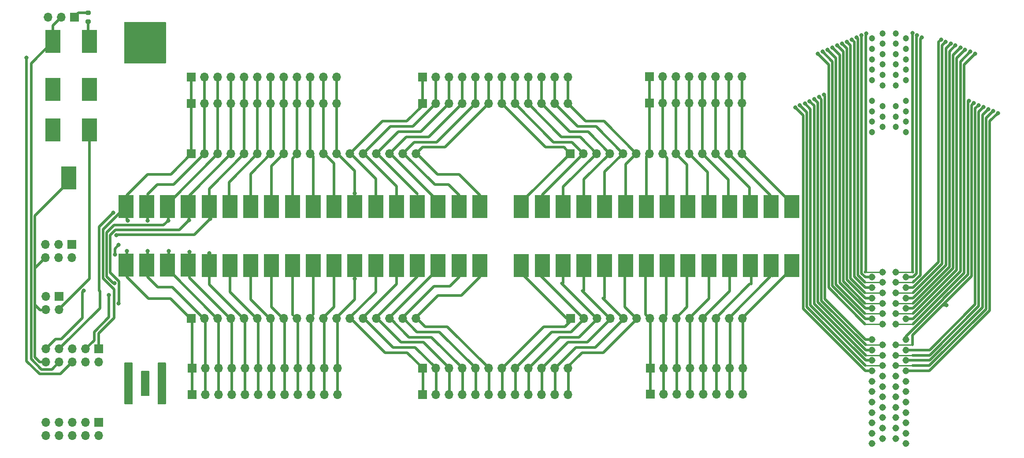
<source format=gtl>
%TF.GenerationSoftware,KiCad,Pcbnew,7.0.8*%
%TF.CreationDate,2024-09-16T14:36:25-04:00*%
%TF.ProjectId,breakout_pcie,62726561-6b6f-4757-945f-706369652e6b,rev?*%
%TF.SameCoordinates,Original*%
%TF.FileFunction,Copper,L1,Top*%
%TF.FilePolarity,Positive*%
%FSLAX46Y46*%
G04 Gerber Fmt 4.6, Leading zero omitted, Abs format (unit mm)*
G04 Created by KiCad (PCBNEW 7.0.8) date 2024-09-16 14:36:25*
%MOMM*%
%LPD*%
G01*
G04 APERTURE LIST*
G04 Aperture macros list*
%AMRoundRect*
0 Rectangle with rounded corners*
0 $1 Rounding radius*
0 $2 $3 $4 $5 $6 $7 $8 $9 X,Y pos of 4 corners*
0 Add a 4 corners polygon primitive as box body*
4,1,4,$2,$3,$4,$5,$6,$7,$8,$9,$2,$3,0*
0 Add four circle primitives for the rounded corners*
1,1,$1+$1,$2,$3*
1,1,$1+$1,$4,$5*
1,1,$1+$1,$6,$7*
1,1,$1+$1,$8,$9*
0 Add four rect primitives between the rounded corners*
20,1,$1+$1,$2,$3,$4,$5,0*
20,1,$1+$1,$4,$5,$6,$7,0*
20,1,$1+$1,$6,$7,$8,$9,0*
20,1,$1+$1,$8,$9,$2,$3,0*%
G04 Aperture macros list end*
%TA.AperFunction,SMDPad,CuDef*%
%ADD10R,3.000000X4.500000*%
%TD*%
%TA.AperFunction,ComponentPad*%
%ADD11R,1.700000X1.700000*%
%TD*%
%TA.AperFunction,ComponentPad*%
%ADD12O,1.700000X1.700000*%
%TD*%
%TA.AperFunction,ComponentPad*%
%ADD13C,1.200000*%
%TD*%
%TA.AperFunction,SMDPad,CuDef*%
%ADD14RoundRect,0.200000X0.275000X-0.200000X0.275000X0.200000X-0.275000X0.200000X-0.275000X-0.200000X0*%
%TD*%
%TA.AperFunction,ComponentPad*%
%ADD15C,1.316000*%
%TD*%
%TA.AperFunction,ViaPad*%
%ADD16C,0.800000*%
%TD*%
%TA.AperFunction,Conductor*%
%ADD17C,0.500000*%
%TD*%
%TA.AperFunction,Conductor*%
%ADD18C,0.250000*%
%TD*%
G04 APERTURE END LIST*
D10*
%TO.P,TP25,1*%
%TO.N,/B7*%
X111000000Y-101819975D03*
%TD*%
%TO.P,TP10,1*%
%TO.N,/A10*%
X123000000Y-90500000D03*
%TD*%
D11*
%TO.P,J5,1,Pin_1*%
%TO.N,/A19*%
X172400000Y-80319975D03*
D12*
%TO.P,J5,2,Pin_2*%
%TO.N,/A20*%
X174940000Y-80319975D03*
%TO.P,J5,3,Pin_3*%
%TO.N,/A21*%
X177480000Y-80319975D03*
%TO.P,J5,4,Pin_4*%
%TO.N,/A22*%
X180020000Y-80319975D03*
%TO.P,J5,5,Pin_5*%
%TO.N,/A23*%
X182560000Y-80319975D03*
%TO.P,J5,6,Pin_6*%
%TO.N,/A24*%
X185100000Y-80319975D03*
%TO.P,J5,7,Pin_7*%
%TO.N,/A25*%
X187640000Y-80319975D03*
%TO.P,J5,8,Pin_8*%
%TO.N,/A26*%
X190180000Y-80319975D03*
%TO.P,J5,9,Pin_9*%
%TO.N,/A27*%
X192720000Y-80319975D03*
%TO.P,J5,10,Pin_10*%
%TO.N,/A28*%
X195260000Y-80319975D03*
%TO.P,J5,11,Pin_11*%
%TO.N,/A29*%
X197800000Y-80319975D03*
%TO.P,J5,12,Pin_12*%
%TO.N,/A30*%
X200340000Y-80319975D03*
%TO.P,J5,13,Pin_13*%
%TO.N,/A31*%
X202880000Y-80319975D03*
%TO.P,J5,14,Pin_14*%
%TO.N,/A32*%
X205420000Y-80319975D03*
%TD*%
D11*
%TO.P,J9,1,Pin_1*%
%TO.N,/A13*%
X144000000Y-70719975D03*
D12*
%TO.P,J9,2,Pin_2*%
%TO.N,/A14*%
X146540000Y-70719975D03*
%TO.P,J9,3,Pin_3*%
%TO.N,/A15*%
X149080000Y-70719975D03*
%TO.P,J9,4,Pin_4*%
%TO.N,/A16*%
X151620000Y-70719975D03*
%TO.P,J9,5,Pin_5*%
%TO.N,/A17*%
X154160000Y-70719975D03*
%TO.P,J9,6,Pin_6*%
%TO.N,/A18*%
X156700000Y-70719975D03*
%TO.P,J9,7,Pin_7*%
%TO.N,/A19*%
X159240000Y-70719975D03*
%TO.P,J9,8,Pin_8*%
%TO.N,/A20*%
X161780000Y-70719975D03*
%TO.P,J9,9,Pin_9*%
%TO.N,/A21*%
X164320000Y-70719975D03*
%TO.P,J9,10,Pin_10*%
%TO.N,/A22*%
X166860000Y-70719975D03*
%TO.P,J9,11,Pin_11*%
%TO.N,/A23*%
X169400000Y-70719975D03*
%TO.P,J9,12,Pin_12*%
%TO.N,/A24*%
X171940000Y-70719975D03*
%TD*%
D11*
%TO.P,J4,1,Pin_1*%
%TO.N,/B1*%
X99600000Y-112019975D03*
D12*
%TO.P,J4,2,Pin_2*%
%TO.N,/B2*%
X102140000Y-112019975D03*
%TO.P,J4,3,Pin_3*%
%TO.N,/B3*%
X104680000Y-112019975D03*
%TO.P,J4,4,Pin_4*%
%TO.N,/B4*%
X107220000Y-112019975D03*
%TO.P,J4,5,Pin_5*%
%TO.N,/B5*%
X109760000Y-112019975D03*
%TO.P,J4,6,Pin_6*%
%TO.N,/B6*%
X112300000Y-112019975D03*
%TO.P,J4,7,Pin_7*%
%TO.N,/B7*%
X114840000Y-112019975D03*
%TO.P,J4,8,Pin_8*%
%TO.N,/B8*%
X117380000Y-112019975D03*
%TO.P,J4,9,Pin_9*%
%TO.N,/B9*%
X119920000Y-112019975D03*
%TO.P,J4,10,Pin_10*%
%TO.N,/B10*%
X122460000Y-112019975D03*
%TO.P,J4,11,Pin_11*%
%TO.N,/B11*%
X125000000Y-112019975D03*
%TO.P,J4,12,Pin_12*%
%TO.N,/B12*%
X127540000Y-112019975D03*
%TO.P,J4,13,Pin_13*%
%TO.N,/B13*%
X130080000Y-112019975D03*
%TO.P,J4,14,Pin_14*%
%TO.N,/B14*%
X132620000Y-112019975D03*
%TO.P,J4,15,Pin_15*%
%TO.N,/B15*%
X135160000Y-112019975D03*
%TO.P,J4,16,Pin_16*%
%TO.N,/B16*%
X137700000Y-112019975D03*
%TO.P,J4,17,Pin_17*%
%TO.N,/B17*%
X140240000Y-112019975D03*
%TO.P,J4,18,Pin_18*%
%TO.N,/B18*%
X142780000Y-112019975D03*
%TD*%
D10*
%TO.P,TP17,1*%
%TO.N,/A17*%
X151000000Y-90519975D03*
%TD*%
%TO.P,TP2,1*%
%TO.N,/A2*%
X91000000Y-90519975D03*
%TD*%
D11*
%TO.P,J16,1,Pin_1*%
%TO.N,/B13*%
X144000000Y-121619975D03*
D12*
%TO.P,J16,2,Pin_2*%
%TO.N,/B14*%
X146540000Y-121619975D03*
%TO.P,J16,3,Pin_3*%
%TO.N,/B15*%
X149080000Y-121619975D03*
%TO.P,J16,4,Pin_4*%
%TO.N,/B16*%
X151620000Y-121619975D03*
%TO.P,J16,5,Pin_5*%
%TO.N,/B17*%
X154160000Y-121619975D03*
%TO.P,J16,6,Pin_6*%
%TO.N,/B18*%
X156700000Y-121619975D03*
%TO.P,J16,7,Pin_7*%
%TO.N,/B19*%
X159240000Y-121619975D03*
%TO.P,J16,8,Pin_8*%
%TO.N,/B20*%
X161780000Y-121619975D03*
%TO.P,J16,9,Pin_9*%
%TO.N,/B21*%
X164320000Y-121619975D03*
%TO.P,J16,10,Pin_10*%
%TO.N,/B22*%
X166860000Y-121619975D03*
%TO.P,J16,11,Pin_11*%
%TO.N,/B23*%
X169400000Y-121619975D03*
%TO.P,J16,12,Pin_12*%
%TO.N,/B24*%
X171940000Y-121619975D03*
%TD*%
D10*
%TO.P,TP32,1*%
%TO.N,/B14*%
X139000000Y-101819975D03*
%TD*%
D11*
%TO.P,J12,1,Pin_1*%
%TO.N,/B25*%
X187750000Y-126619975D03*
D12*
%TO.P,J12,2,Pin_2*%
%TO.N,/B26*%
X190290000Y-126619975D03*
%TO.P,J12,3,Pin_3*%
%TO.N,/B27*%
X192830000Y-126619975D03*
%TO.P,J12,4,Pin_4*%
%TO.N,/B28*%
X195370000Y-126619975D03*
%TO.P,J12,5,Pin_5*%
%TO.N,/B29*%
X197910000Y-126619975D03*
%TO.P,J12,6,Pin_6*%
%TO.N,/B30*%
X200450000Y-126619975D03*
%TO.P,J12,7,Pin_7*%
%TO.N,/B31*%
X202990000Y-126619975D03*
%TO.P,J12,8,Pin_8*%
%TO.N,/B32*%
X205530000Y-126619975D03*
%TD*%
D10*
%TO.P,TP64,1*%
%TO.N,/B32*%
X215000000Y-101819975D03*
%TD*%
D11*
%TO.P,J17,1,Pin_1*%
%TO.N,/A25*%
X187600000Y-65564975D03*
D12*
%TO.P,J17,2,Pin_2*%
%TO.N,/A26*%
X190140000Y-65564975D03*
%TO.P,J17,3,Pin_3*%
%TO.N,/A27*%
X192680000Y-65564975D03*
%TO.P,J17,4,Pin_4*%
%TO.N,/A28*%
X195220000Y-65564975D03*
%TO.P,J17,5,Pin_5*%
%TO.N,/A29*%
X197760000Y-65564975D03*
%TO.P,J17,6,Pin_6*%
%TO.N,/A30*%
X200300000Y-65564975D03*
%TO.P,J17,7,Pin_7*%
%TO.N,/A31*%
X202840000Y-65564975D03*
%TO.P,J17,8,Pin_8*%
%TO.N,/A32*%
X205380000Y-65564975D03*
%TD*%
D11*
%TO.P,J23,1,Pin_1*%
%TO.N,/A1*%
X81785000Y-117865000D03*
D12*
%TO.P,J23,2,Pin_2*%
%TO.N,+12V*%
X81785000Y-120405000D03*
%TO.P,J23,3,Pin_3*%
%TO.N,/B5*%
X79245000Y-117865000D03*
%TO.P,J23,4,Pin_4*%
%TO.N,+5V*%
X79245000Y-120405000D03*
%TO.P,J23,5,Pin_5*%
%TO.N,/A4*%
X76705000Y-117865000D03*
%TO.P,J23,6,Pin_6*%
%TO.N,/CAN+*%
X76705000Y-120405000D03*
%TO.P,J23,7,Pin_7*%
%TO.N,/A5*%
X74165000Y-117865000D03*
%TO.P,J23,8,Pin_8*%
%TO.N,/CAN-*%
X74165000Y-120405000D03*
%TO.P,J23,9,Pin_9*%
%TO.N,/A3*%
X71625000Y-117865000D03*
%TO.P,J23,10,Pin_10*%
%TO.N,GND*%
X71625000Y-120405000D03*
%TD*%
D10*
%TO.P,TP1,1*%
%TO.N,/A1*%
X87000000Y-90519975D03*
%TD*%
%TO.P,TP40,1*%
%TO.N,/A22*%
X175000000Y-90519975D03*
%TD*%
%TO.P,TP55,1*%
%TO.N,/B23*%
X179000000Y-101819975D03*
%TD*%
%TO.P,TP50,1*%
%TO.N,/A32*%
X215000000Y-90519975D03*
%TD*%
%TO.P,TP19,1*%
%TO.N,/B1*%
X87000000Y-101800000D03*
%TD*%
%TO.P,TP65,1*%
%TO.N,GND*%
X76000000Y-85000000D03*
%TD*%
%TO.P,TP9,1*%
%TO.N,/A9*%
X119000000Y-90500000D03*
%TD*%
D11*
%TO.P,J8,1,Pin_1*%
%TO.N,/B1*%
X99700000Y-126699975D03*
D12*
%TO.P,J8,2,Pin_2*%
%TO.N,/B2*%
X102240000Y-126699975D03*
%TO.P,J8,3,Pin_3*%
%TO.N,/B3*%
X104780000Y-126699975D03*
%TO.P,J8,4,Pin_4*%
%TO.N,/B4*%
X107320000Y-126699975D03*
%TO.P,J8,5,Pin_5*%
%TO.N,/B5*%
X109860000Y-126699975D03*
%TO.P,J8,6,Pin_6*%
%TO.N,/B6*%
X112400000Y-126699975D03*
%TO.P,J8,7,Pin_7*%
%TO.N,/B7*%
X114940000Y-126699975D03*
%TO.P,J8,8,Pin_8*%
%TO.N,/B8*%
X117480000Y-126699975D03*
%TO.P,J8,9,Pin_9*%
%TO.N,/B9*%
X120020000Y-126699975D03*
%TO.P,J8,10,Pin_10*%
%TO.N,/B10*%
X122560000Y-126699975D03*
%TO.P,J8,11,Pin_11*%
%TO.N,/B11*%
X125100000Y-126699975D03*
%TO.P,J8,12,Pin_12*%
%TO.N,/B12*%
X127640000Y-126699975D03*
%TD*%
D10*
%TO.P,TP33,1*%
%TO.N,/B15*%
X143000000Y-101819975D03*
%TD*%
%TO.P,TP18,1*%
%TO.N,/A18*%
X155000000Y-90519975D03*
%TD*%
D11*
%TO.P,J3,1,Pin_1*%
%TO.N,/A1*%
X99600000Y-80319975D03*
D12*
%TO.P,J3,2,Pin_2*%
%TO.N,/A2*%
X102140000Y-80319975D03*
%TO.P,J3,3,Pin_3*%
%TO.N,/A3*%
X104680000Y-80319975D03*
%TO.P,J3,4,Pin_4*%
%TO.N,/A4*%
X107220000Y-80319975D03*
%TO.P,J3,5,Pin_5*%
%TO.N,/A5*%
X109760000Y-80319975D03*
%TO.P,J3,6,Pin_6*%
%TO.N,/A6*%
X112300000Y-80319975D03*
%TO.P,J3,7,Pin_7*%
%TO.N,/A7*%
X114840000Y-80319975D03*
%TO.P,J3,8,Pin_8*%
%TO.N,/A8*%
X117380000Y-80319975D03*
%TO.P,J3,9,Pin_9*%
%TO.N,/A9*%
X119920000Y-80319975D03*
%TO.P,J3,10,Pin_10*%
%TO.N,/A10*%
X122460000Y-80319975D03*
%TO.P,J3,11,Pin_11*%
%TO.N,/A11*%
X125000000Y-80319975D03*
%TO.P,J3,12,Pin_12*%
%TO.N,/A12*%
X127540000Y-80319975D03*
%TO.P,J3,13,Pin_13*%
%TO.N,/A13*%
X130080000Y-80319975D03*
%TO.P,J3,14,Pin_14*%
%TO.N,/A14*%
X132620000Y-80319975D03*
%TO.P,J3,15,Pin_15*%
%TO.N,/A15*%
X135160000Y-80319975D03*
%TO.P,J3,16,Pin_16*%
%TO.N,/A16*%
X137700000Y-80319975D03*
%TO.P,J3,17,Pin_17*%
%TO.N,/A17*%
X140240000Y-80319975D03*
%TO.P,J3,18,Pin_18*%
%TO.N,/A18*%
X142780000Y-80319975D03*
%TD*%
D10*
%TO.P,TP15,1*%
%TO.N,/A15*%
X143000000Y-90519975D03*
%TD*%
%TO.P,TP27,1*%
%TO.N,/B9*%
X119000000Y-101819975D03*
%TD*%
%TO.P,TP36,1*%
%TO.N,/B18*%
X155000000Y-101819975D03*
%TD*%
D11*
%TO.P,J20,1,Pin_1*%
%TO.N,/B2*%
X76640000Y-97800000D03*
D12*
%TO.P,J20,2,Pin_2*%
%TO.N,+5V*%
X76640000Y-100340000D03*
%TO.P,J20,3,Pin_3*%
%TO.N,/B3*%
X74100000Y-97800000D03*
%TO.P,J20,4,Pin_4*%
%TO.N,+3V0*%
X74100000Y-100340000D03*
%TO.P,J20,5,Pin_5*%
%TO.N,/A5*%
X71560000Y-97800000D03*
%TO.P,J20,6,Pin_6*%
%TO.N,GND*%
X71560000Y-100340000D03*
%TD*%
D10*
%TO.P,TP28,1*%
%TO.N,/B10*%
X123000000Y-101819975D03*
%TD*%
%TO.P,TP12,1*%
%TO.N,/A12*%
X131000000Y-90519975D03*
%TD*%
%TO.P,TP16,1*%
%TO.N,/A16*%
X147000000Y-90519975D03*
%TD*%
D11*
%TO.P,J13,1,Pin_1*%
%TO.N,/A1*%
X99600000Y-65639975D03*
D12*
%TO.P,J13,2,Pin_2*%
%TO.N,/A2*%
X102140000Y-65639975D03*
%TO.P,J13,3,Pin_3*%
%TO.N,/A3*%
X104680000Y-65639975D03*
%TO.P,J13,4,Pin_4*%
%TO.N,/A4*%
X107220000Y-65639975D03*
%TO.P,J13,5,Pin_5*%
%TO.N,/A5*%
X109760000Y-65639975D03*
%TO.P,J13,6,Pin_6*%
%TO.N,/A6*%
X112300000Y-65639975D03*
%TO.P,J13,7,Pin_7*%
%TO.N,/A7*%
X114840000Y-65639975D03*
%TO.P,J13,8,Pin_8*%
%TO.N,/A8*%
X117380000Y-65639975D03*
%TO.P,J13,9,Pin_9*%
%TO.N,/A9*%
X119920000Y-65639975D03*
%TO.P,J13,10,Pin_10*%
%TO.N,/A10*%
X122460000Y-65639975D03*
%TO.P,J13,11,Pin_11*%
%TO.N,/A11*%
X125000000Y-65639975D03*
%TO.P,J13,12,Pin_12*%
%TO.N,/A12*%
X127540000Y-65639975D03*
%TD*%
D10*
%TO.P,TP62,1*%
%TO.N,/B30*%
X207000000Y-101819975D03*
%TD*%
%TO.P,TP23,1*%
%TO.N,/B5*%
X103000000Y-101819975D03*
%TD*%
%TO.P,TP66,1*%
%TO.N,/CAN+*%
X80000000Y-58800000D03*
%TD*%
%TO.P,TP11,1*%
%TO.N,/A11*%
X127000000Y-90500000D03*
%TD*%
%TO.P,TP29,1*%
%TO.N,/B11*%
X127000000Y-101819975D03*
%TD*%
%TO.P,TP22,1*%
%TO.N,/B4*%
X99000000Y-101800000D03*
%TD*%
D11*
%TO.P,J11,1,Pin_1*%
%TO.N,/A25*%
X187600000Y-70644975D03*
D12*
%TO.P,J11,2,Pin_2*%
%TO.N,/A26*%
X190140000Y-70644975D03*
%TO.P,J11,3,Pin_3*%
%TO.N,/A27*%
X192680000Y-70644975D03*
%TO.P,J11,4,Pin_4*%
%TO.N,/A28*%
X195220000Y-70644975D03*
%TO.P,J11,5,Pin_5*%
%TO.N,/A29*%
X197760000Y-70644975D03*
%TO.P,J11,6,Pin_6*%
%TO.N,/A30*%
X200300000Y-70644975D03*
%TO.P,J11,7,Pin_7*%
%TO.N,/A31*%
X202840000Y-70644975D03*
%TO.P,J11,8,Pin_8*%
%TO.N,/A32*%
X205380000Y-70644975D03*
%TD*%
D10*
%TO.P,TP58,1*%
%TO.N,/B26*%
X191000000Y-101819975D03*
%TD*%
%TO.P,TP49,1*%
%TO.N,/A31*%
X211000000Y-90519975D03*
%TD*%
%TO.P,TP14,1*%
%TO.N,/A14*%
X139000000Y-90519975D03*
%TD*%
%TO.P,TP20,1*%
%TO.N,/B2*%
X91000000Y-101800000D03*
%TD*%
%TO.P,TP47,1*%
%TO.N,/A29*%
X203000000Y-90519975D03*
%TD*%
%TO.P,TP35,1*%
%TO.N,/B17*%
X151000000Y-101819975D03*
%TD*%
%TO.P,TP52,1*%
%TO.N,/B20*%
X167000000Y-101819975D03*
%TD*%
%TO.P,TP31,1*%
%TO.N,/B13*%
X135000000Y-101819975D03*
%TD*%
%TO.P,TP53,1*%
%TO.N,/B21*%
X171000000Y-101819975D03*
%TD*%
D11*
%TO.P,J21,1,Pin_1*%
%TO.N,Net-(J21-Pin_1)*%
X77125000Y-54100000D03*
D12*
%TO.P,J21,2,Pin_2*%
%TO.N,/CAN-*%
X74585000Y-54100000D03*
%TO.P,J21,3,Pin_3*%
%TO.N,unconnected-(J21-Pin_3-Pad3)*%
X72045000Y-54100000D03*
%TD*%
D13*
%TO.P,J1,A1,12V/3.3V*%
%TO.N,/A1*%
X234900000Y-57200000D03*
%TO.P,J1,A2,12V/3.3V*%
%TO.N,/A2*%
X236900000Y-58200000D03*
%TO.P,J1,A3,GND*%
%TO.N,/A3*%
X234900000Y-59200000D03*
%TO.P,J1,A4,CAN+*%
%TO.N,/A4*%
X236900000Y-60200000D03*
%TO.P,J1,A5,CAN-*%
%TO.N,/A5*%
X234900000Y-61200000D03*
%TO.P,J1,A6,io_0*%
%TO.N,/A6*%
X236900000Y-62200000D03*
%TO.P,J1,A7,io_2*%
%TO.N,/A7*%
X234900000Y-63200000D03*
%TO.P,J1,A8,io_4*%
%TO.N,/A8*%
X236900000Y-64200000D03*
%TO.P,J1,A9,io_6*%
%TO.N,/A9*%
X234900000Y-65200000D03*
%TO.P,J1,A10,io_8*%
%TO.N,/A10*%
X236900000Y-66200000D03*
%TO.P,J1,A11,io_10*%
%TO.N,/A11*%
X234900000Y-67200000D03*
%TO.P,J1,A12,io_12*%
%TO.N,/A12*%
X236900000Y-70200000D03*
%TO.P,J1,A13,io_14*%
%TO.N,/A13*%
X234900000Y-71200000D03*
%TO.P,J1,A14,io_16*%
%TO.N,/A14*%
X236900000Y-72200000D03*
%TO.P,J1,A15,io_18*%
%TO.N,/A15*%
X234900000Y-73200000D03*
%TO.P,J1,A16,io_20*%
%TO.N,/A16*%
X236900000Y-74200000D03*
%TO.P,J1,A17,SHDN_IN*%
%TO.N,/A17*%
X234900000Y-75200000D03*
%TO.P,J1,A18,SHDN_IN*%
%TO.N,/A18*%
X236900000Y-76200000D03*
%TO.P,J1,B1,SCL/SCK*%
%TO.N,/B1*%
X232400000Y-57200000D03*
%TO.P,J1,B2,SDA/MISO/RX*%
%TO.N,/B2*%
X230400000Y-58200000D03*
%TO.P,J1,B3,MOSI/TX*%
%TO.N,/B3*%
X232400000Y-59200000D03*
%TO.P,J1,B4,GND*%
%TO.N,/B4*%
X230400000Y-60200000D03*
%TO.P,J1,B5,5V/Vref_2(3V)*%
%TO.N,/B5*%
X232400000Y-61200000D03*
%TO.P,J1,B6,io_1*%
%TO.N,/B6*%
X230400000Y-62200000D03*
%TO.P,J1,B7,io_3*%
%TO.N,/B7*%
X232400000Y-63200000D03*
%TO.P,J1,B8,io_5*%
%TO.N,/B8*%
X230400000Y-64200000D03*
%TO.P,J1,B9,io_7*%
%TO.N,/B9*%
X232400000Y-65200000D03*
%TO.P,J1,B10,io_9*%
%TO.N,/B10*%
X230400000Y-66200000D03*
%TO.P,J1,B11,io_11*%
%TO.N,/B11*%
X232400000Y-67200000D03*
%TO.P,J1,B12,io_13*%
%TO.N,/B12*%
X230400000Y-70200000D03*
%TO.P,J1,B13,io_15*%
%TO.N,/B13*%
X232400000Y-71200000D03*
%TO.P,J1,B14,io_17*%
%TO.N,/B14*%
X230400000Y-72200000D03*
%TO.P,J1,B15,io_19*%
%TO.N,/B15*%
X232400000Y-73200000D03*
%TO.P,J1,B16,io_21*%
%TO.N,/B16*%
X230400000Y-74200000D03*
%TO.P,J1,B17,SHDN_OUT*%
%TO.N,/B17*%
X232400000Y-75200000D03*
%TO.P,J1,B18,SHDN_OUT*%
%TO.N,/B18*%
X230400000Y-76200000D03*
%TD*%
D11*
%TO.P,J6,1,Pin_1*%
%TO.N,/B19*%
X172450000Y-111994975D03*
D12*
%TO.P,J6,2,Pin_2*%
%TO.N,/B20*%
X174990000Y-111994975D03*
%TO.P,J6,3,Pin_3*%
%TO.N,/B21*%
X177530000Y-111994975D03*
%TO.P,J6,4,Pin_4*%
%TO.N,/B22*%
X180070000Y-111994975D03*
%TO.P,J6,5,Pin_5*%
%TO.N,/B23*%
X182610000Y-111994975D03*
%TO.P,J6,6,Pin_6*%
%TO.N,/B24*%
X185150000Y-111994975D03*
%TO.P,J6,7,Pin_7*%
%TO.N,/B25*%
X187690000Y-111994975D03*
%TO.P,J6,8,Pin_8*%
%TO.N,/B26*%
X190230000Y-111994975D03*
%TO.P,J6,9,Pin_9*%
%TO.N,/B27*%
X192770000Y-111994975D03*
%TO.P,J6,10,Pin_10*%
%TO.N,/B28*%
X195310000Y-111994975D03*
%TO.P,J6,11,Pin_11*%
%TO.N,/B29*%
X197850000Y-111994975D03*
%TO.P,J6,12,Pin_12*%
%TO.N,/B30*%
X200390000Y-111994975D03*
%TO.P,J6,13,Pin_13*%
%TO.N,/B31*%
X202930000Y-111994975D03*
%TO.P,J6,14,Pin_14*%
%TO.N,/B32*%
X205470000Y-111994975D03*
%TD*%
D10*
%TO.P,TP56,1*%
%TO.N,/B24*%
X183000000Y-101819975D03*
%TD*%
%TO.P,TP46,1*%
%TO.N,/A28*%
X199000000Y-90519975D03*
%TD*%
D14*
%TO.P,R1,1*%
%TO.N,/CAN+*%
X79745000Y-54925000D03*
%TO.P,R1,2*%
%TO.N,Net-(J21-Pin_1)*%
X79745000Y-53275000D03*
%TD*%
D10*
%TO.P,TP71,1*%
%TO.N,+3V0*%
X73000000Y-75800000D03*
%TD*%
%TO.P,TP72,1*%
%TO.N,+BATT*%
X80000000Y-75800000D03*
%TD*%
%TO.P,TP61,1*%
%TO.N,/B29*%
X203000000Y-101819975D03*
%TD*%
D11*
%TO.P,J15,1,Pin_1*%
%TO.N,/A13*%
X144000000Y-65639975D03*
D12*
%TO.P,J15,2,Pin_2*%
%TO.N,/A14*%
X146540000Y-65639975D03*
%TO.P,J15,3,Pin_3*%
%TO.N,/A15*%
X149080000Y-65639975D03*
%TO.P,J15,4,Pin_4*%
%TO.N,/A16*%
X151620000Y-65639975D03*
%TO.P,J15,5,Pin_5*%
%TO.N,/A17*%
X154160000Y-65639975D03*
%TO.P,J15,6,Pin_6*%
%TO.N,/A18*%
X156700000Y-65639975D03*
%TO.P,J15,7,Pin_7*%
%TO.N,/A19*%
X159240000Y-65639975D03*
%TO.P,J15,8,Pin_8*%
%TO.N,/A20*%
X161780000Y-65639975D03*
%TO.P,J15,9,Pin_9*%
%TO.N,/A21*%
X164320000Y-65639975D03*
%TO.P,J15,10,Pin_10*%
%TO.N,/A22*%
X166860000Y-65639975D03*
%TO.P,J15,11,Pin_11*%
%TO.N,/A23*%
X169400000Y-65639975D03*
%TO.P,J15,12,Pin_12*%
%TO.N,/A24*%
X171940000Y-65639975D03*
%TD*%
D10*
%TO.P,TP60,1*%
%TO.N,/B28*%
X199000000Y-101819975D03*
%TD*%
%TO.P,TP41,1*%
%TO.N,/A23*%
X179000000Y-90519975D03*
%TD*%
%TO.P,TP3,1*%
%TO.N,/A3*%
X95000000Y-90519975D03*
%TD*%
%TO.P,TP51,1*%
%TO.N,/B19*%
X163000000Y-101819975D03*
%TD*%
%TO.P,TP48,1*%
%TO.N,/A30*%
X207000000Y-90519975D03*
%TD*%
%TO.P,TP67,1*%
%TO.N,/CAN-*%
X73000000Y-58800000D03*
%TD*%
D11*
%TO.P,J7,1,Pin_1*%
%TO.N,/A1*%
X99600000Y-70719975D03*
D12*
%TO.P,J7,2,Pin_2*%
%TO.N,/A2*%
X102140000Y-70719975D03*
%TO.P,J7,3,Pin_3*%
%TO.N,/A3*%
X104680000Y-70719975D03*
%TO.P,J7,4,Pin_4*%
%TO.N,/A4*%
X107220000Y-70719975D03*
%TO.P,J7,5,Pin_5*%
%TO.N,/A5*%
X109760000Y-70719975D03*
%TO.P,J7,6,Pin_6*%
%TO.N,/A6*%
X112300000Y-70719975D03*
%TO.P,J7,7,Pin_7*%
%TO.N,/A7*%
X114840000Y-70719975D03*
%TO.P,J7,8,Pin_8*%
%TO.N,/A8*%
X117380000Y-70719975D03*
%TO.P,J7,9,Pin_9*%
%TO.N,/A9*%
X119920000Y-70719975D03*
%TO.P,J7,10,Pin_10*%
%TO.N,/A10*%
X122460000Y-70719975D03*
%TO.P,J7,11,Pin_11*%
%TO.N,/A11*%
X125000000Y-70719975D03*
%TO.P,J7,12,Pin_12*%
%TO.N,/A12*%
X127540000Y-70719975D03*
%TD*%
D10*
%TO.P,TP13,1*%
%TO.N,/A13*%
X135000000Y-90519975D03*
%TD*%
%TO.P,TP59,1*%
%TO.N,/B27*%
X195000000Y-101819975D03*
%TD*%
%TO.P,TP45,1*%
%TO.N,/A27*%
X195000000Y-90519975D03*
%TD*%
%TO.P,TP5,1*%
%TO.N,/A5*%
X103000000Y-90519975D03*
%TD*%
D11*
%TO.P,J19,1,Pin_1*%
%TO.N,/B18*%
X74200000Y-107800000D03*
D12*
%TO.P,J19,2,Pin_2*%
%TO.N,+BATT*%
X74200000Y-110340000D03*
%TO.P,J19,3,Pin_3*%
%TO.N,/A3*%
X71660000Y-107800000D03*
%TO.P,J19,4,Pin_4*%
%TO.N,GND*%
X71660000Y-110340000D03*
%TD*%
D10*
%TO.P,TP42,1*%
%TO.N,/A24*%
X183000000Y-90519975D03*
%TD*%
%TO.P,TP34,1*%
%TO.N,/B16*%
X147000000Y-101819975D03*
%TD*%
%TO.P,TP8,1*%
%TO.N,/A8*%
X115000000Y-90500000D03*
%TD*%
%TO.P,TP7,1*%
%TO.N,/A7*%
X111000000Y-90500000D03*
%TD*%
D11*
%TO.P,J18,1,Pin_1*%
%TO.N,/B25*%
X187750000Y-121619975D03*
D12*
%TO.P,J18,2,Pin_2*%
%TO.N,/B26*%
X190290000Y-121619975D03*
%TO.P,J18,3,Pin_3*%
%TO.N,/B27*%
X192850000Y-121619975D03*
%TO.P,J18,4,Pin_4*%
%TO.N,/B28*%
X195370000Y-121619975D03*
%TO.P,J18,5,Pin_5*%
%TO.N,/B29*%
X197910000Y-121619975D03*
%TO.P,J18,6,Pin_6*%
%TO.N,/B30*%
X200450000Y-121619975D03*
%TO.P,J18,7,Pin_7*%
%TO.N,/B31*%
X202990000Y-121619975D03*
%TO.P,J18,8,Pin_8*%
%TO.N,/B32*%
X205530000Y-121619975D03*
%TD*%
D10*
%TO.P,TP69,1*%
%TO.N,+5V*%
X73000000Y-68000000D03*
%TD*%
%TO.P,TP30,1*%
%TO.N,/B12*%
X131000000Y-101819975D03*
%TD*%
%TO.P,TP57,1*%
%TO.N,/B25*%
X187000000Y-101819975D03*
%TD*%
%TO.P,TP24,1*%
%TO.N,/B6*%
X107000000Y-101819975D03*
%TD*%
%TO.P,TP44,1*%
%TO.N,/A26*%
X191000000Y-90519975D03*
%TD*%
%TO.P,TP4,1*%
%TO.N,/A4*%
X99000000Y-90519975D03*
%TD*%
%TO.P,TP68,1*%
%TO.N,+12V*%
X80000000Y-68000000D03*
%TD*%
D11*
%TO.P,J10,1,Pin_1*%
%TO.N,/B13*%
X144000000Y-126699975D03*
D12*
%TO.P,J10,2,Pin_2*%
%TO.N,/B14*%
X146540000Y-126699975D03*
%TO.P,J10,3,Pin_3*%
%TO.N,/B15*%
X149080000Y-126699975D03*
%TO.P,J10,4,Pin_4*%
%TO.N,/B16*%
X151620000Y-126699975D03*
%TO.P,J10,5,Pin_5*%
%TO.N,/B17*%
X154160000Y-126699975D03*
%TO.P,J10,6,Pin_6*%
%TO.N,/B18*%
X156700000Y-126699975D03*
%TO.P,J10,7,Pin_7*%
%TO.N,/B19*%
X159240000Y-126699975D03*
%TO.P,J10,8,Pin_8*%
%TO.N,/B20*%
X161780000Y-126699975D03*
%TO.P,J10,9,Pin_9*%
%TO.N,/B21*%
X164320000Y-126699975D03*
%TO.P,J10,10,Pin_10*%
%TO.N,/B22*%
X166860000Y-126699975D03*
%TO.P,J10,11,Pin_11*%
%TO.N,/B23*%
X169400000Y-126699975D03*
%TO.P,J10,12,Pin_12*%
%TO.N,/B24*%
X171940000Y-126699975D03*
%TD*%
D10*
%TO.P,TP63,1*%
%TO.N,/B31*%
X211000000Y-101819975D03*
%TD*%
%TO.P,TP38,1*%
%TO.N,/A20*%
X167000000Y-90519975D03*
%TD*%
%TO.P,TP26,1*%
%TO.N,/B8*%
X115000000Y-101819975D03*
%TD*%
%TO.P,TP6,1*%
%TO.N,/A6*%
X107000000Y-90500000D03*
%TD*%
%TO.P,TP54,1*%
%TO.N,/B22*%
X175000000Y-101819975D03*
%TD*%
%TO.P,TP37,1*%
%TO.N,/A19*%
X163000000Y-90519975D03*
%TD*%
%TO.P,TP39,1*%
%TO.N,/A21*%
X171000000Y-90519975D03*
%TD*%
D11*
%TO.P,J14,1,Pin_1*%
%TO.N,/B1*%
X99700000Y-121619975D03*
D12*
%TO.P,J14,2,Pin_2*%
%TO.N,/B2*%
X102240000Y-121619975D03*
%TO.P,J14,3,Pin_3*%
%TO.N,/B3*%
X104780000Y-121619975D03*
%TO.P,J14,4,Pin_4*%
%TO.N,/B4*%
X107320000Y-121619975D03*
%TO.P,J14,5,Pin_5*%
%TO.N,/B5*%
X109860000Y-121619975D03*
%TO.P,J14,6,Pin_6*%
%TO.N,/B6*%
X112400000Y-121619975D03*
%TO.P,J14,7,Pin_7*%
%TO.N,/B7*%
X114940000Y-121619975D03*
%TO.P,J14,8,Pin_8*%
%TO.N,/B8*%
X117480000Y-121619975D03*
%TO.P,J14,9,Pin_9*%
%TO.N,/B9*%
X120020000Y-121619975D03*
%TO.P,J14,10,Pin_10*%
%TO.N,/B10*%
X122560000Y-121619975D03*
%TO.P,J14,11,Pin_11*%
%TO.N,/B11*%
X125100000Y-121619975D03*
%TO.P,J14,12,Pin_12*%
%TO.N,/B12*%
X127640000Y-121619975D03*
%TD*%
D15*
%TO.P,J2,A1,Aout_0*%
%TO.N,/A1*%
X234900000Y-103100000D03*
%TO.P,J2,A2,Aout_1*%
%TO.N,/A2*%
X236900000Y-104100000D03*
%TO.P,J2,A3,Aout_3*%
%TO.N,/A3*%
X234900000Y-105100000D03*
%TO.P,J2,A4,Aout_4*%
%TO.N,/A4*%
X236900000Y-106100000D03*
%TO.P,J2,A5,GND*%
%TO.N,/A5*%
X234900000Y-107100000D03*
%TO.P,J2,A6,AUX1*%
%TO.N,/A6*%
X236900000Y-108100000D03*
%TO.P,J2,A7,AUX2*%
%TO.N,/A7*%
X234900000Y-109100000D03*
%TO.P,J2,A8,GND*%
%TO.N,/A8*%
X236900000Y-110100000D03*
%TO.P,J2,A9,Ain_0*%
%TO.N,/A9*%
X234900000Y-111100000D03*
%TO.P,J2,A10,Ain_2*%
%TO.N,/A10*%
X236900000Y-112100000D03*
%TO.P,J2,A11,Ain_4*%
%TO.N,/A11*%
X234900000Y-113100000D03*
%TO.P,J2,A12,Ain_6*%
%TO.N,/A12*%
X236900000Y-116100000D03*
%TO.P,J2,A13,GND*%
%TO.N,/A13*%
X234900000Y-117100000D03*
%TO.P,J2,A14,Ain_8*%
%TO.N,/A14*%
X236900000Y-118100000D03*
%TO.P,J2,A15,Ain_10*%
%TO.N,/A15*%
X234900000Y-119100000D03*
%TO.P,J2,A16,Ain_12*%
%TO.N,/A16*%
X236900000Y-120100000D03*
%TO.P,J2,A17,Ain_14*%
%TO.N,/A17*%
X234900000Y-121100000D03*
%TO.P,J2,A18,GND*%
%TO.N,/A18*%
X236900000Y-122100000D03*
%TO.P,J2,A19,Ain_16*%
%TO.N,/A19*%
X234900000Y-123100000D03*
%TO.P,J2,A20,Ain_18*%
%TO.N,/A20*%
X236900000Y-124100000D03*
%TO.P,J2,A21,Ain_20*%
%TO.N,/A21*%
X234900000Y-125100000D03*
%TO.P,J2,A22,Ain_22*%
%TO.N,/A22*%
X236900000Y-126100000D03*
%TO.P,J2,A23,GND*%
%TO.N,/A23*%
X234900000Y-127100000D03*
%TO.P,J2,A24,Ain_24*%
%TO.N,/A24*%
X236900000Y-128100000D03*
%TO.P,J2,A25,Ain_26*%
%TO.N,/A25*%
X234900000Y-129100000D03*
%TO.P,J2,A26,Ain_28*%
%TO.N,/A26*%
X236900000Y-130100000D03*
%TO.P,J2,A27,Ain_30*%
%TO.N,/A27*%
X234900000Y-131100000D03*
%TO.P,J2,A28,GND*%
%TO.N,/A28*%
X236900000Y-132100000D03*
%TO.P,J2,A29,Ain_32*%
%TO.N,/A29*%
X234900000Y-133100000D03*
%TO.P,J2,A30,Ain_34*%
%TO.N,/A30*%
X236900000Y-134100000D03*
%TO.P,J2,A31,Ain_36*%
%TO.N,/A31*%
X234900000Y-135100000D03*
%TO.P,J2,A32,Ain_38*%
%TO.N,/A32*%
X236900000Y-136100000D03*
%TO.P,J2,B1,GND*%
%TO.N,/B1*%
X232400000Y-103100000D03*
%TO.P,J2,B2,3.3V*%
%TO.N,/B2*%
X230400000Y-104100000D03*
%TO.P,J2,B3,Vref_2(3V)*%
%TO.N,/B3*%
X232400000Y-105100000D03*
%TO.P,J2,B4,GND*%
%TO.N,/B4*%
X230400000Y-106100000D03*
%TO.P,J2,B5,SCL*%
%TO.N,/B5*%
X232400000Y-107100000D03*
%TO.P,J2,B6,SDA*%
%TO.N,/B6*%
X230400000Y-108100000D03*
%TO.P,J2,B7,AUX3*%
%TO.N,/B7*%
X232400000Y-109100000D03*
%TO.P,J2,B8,GND*%
%TO.N,/B8*%
X230400000Y-110100000D03*
%TO.P,J2,B9,Ain_1*%
%TO.N,/B9*%
X232400000Y-111100000D03*
%TO.P,J2,B10,Ain_3*%
%TO.N,/B10*%
X230400000Y-112100000D03*
%TO.P,J2,B11,Ain_5*%
%TO.N,/B11*%
X232400000Y-113100000D03*
%TO.P,J2,B12,Ain_7*%
%TO.N,/B12*%
X230400000Y-116100000D03*
%TO.P,J2,B13,GND*%
%TO.N,/B13*%
X232400000Y-117100000D03*
%TO.P,J2,B14,Ain_9*%
%TO.N,/B14*%
X230400000Y-118100000D03*
%TO.P,J2,B15,Ain_11*%
%TO.N,/B15*%
X232400000Y-119100000D03*
%TO.P,J2,B16,Ain_13*%
%TO.N,/B16*%
X230400000Y-120100000D03*
%TO.P,J2,B17,Ain_15*%
%TO.N,/B17*%
X232400000Y-121100000D03*
%TO.P,J2,B18,GND*%
%TO.N,/B18*%
X230400000Y-122100000D03*
%TO.P,J2,B19,Ain_17*%
%TO.N,/B19*%
X232400000Y-123100000D03*
%TO.P,J2,B20,Ain_19*%
%TO.N,/B20*%
X230400000Y-124100000D03*
%TO.P,J2,B21,Ain_21*%
%TO.N,/B21*%
X232400000Y-125100000D03*
%TO.P,J2,B22,Ain_23*%
%TO.N,/B22*%
X230400000Y-126100000D03*
%TO.P,J2,B23,GND*%
%TO.N,/B23*%
X232400000Y-127100000D03*
%TO.P,J2,B24,Ain_25*%
%TO.N,/B24*%
X230400000Y-128100000D03*
%TO.P,J2,B25,Ain_27*%
%TO.N,/B25*%
X232400000Y-129100000D03*
%TO.P,J2,B26,Ain_29*%
%TO.N,/B26*%
X230400000Y-130100000D03*
%TO.P,J2,B27,Ain_31*%
%TO.N,/B27*%
X232400000Y-131100000D03*
%TO.P,J2,B28,GND*%
%TO.N,/B28*%
X230400000Y-132100000D03*
%TO.P,J2,B29,Ain_33*%
%TO.N,/B29*%
X232400000Y-133100000D03*
%TO.P,J2,B30,Ain_35*%
%TO.N,/B30*%
X230400000Y-134100000D03*
%TO.P,J2,B31,Ain_37*%
%TO.N,/B31*%
X232400000Y-135100000D03*
%TO.P,J2,B32,Ain_39*%
%TO.N,/B32*%
X230400000Y-136100000D03*
%TD*%
D10*
%TO.P,TP21,1*%
%TO.N,/B3*%
X95000000Y-101800000D03*
%TD*%
D11*
%TO.P,J22,1,Pin_1*%
%TO.N,unconnected-(J22-Pin_1-Pad1)*%
X81785000Y-132000000D03*
D12*
%TO.P,J22,2,Pin_2*%
%TO.N,unconnected-(J22-Pin_2-Pad2)*%
X81785000Y-134540000D03*
%TO.P,J22,3,Pin_3*%
%TO.N,unconnected-(J22-Pin_3-Pad3)*%
X79245000Y-132000000D03*
%TO.P,J22,4,Pin_4*%
%TO.N,unconnected-(J22-Pin_4-Pad4)*%
X79245000Y-134540000D03*
%TO.P,J22,5,Pin_5*%
%TO.N,unconnected-(J22-Pin_5-Pad5)*%
X76705000Y-132000000D03*
%TO.P,J22,6,Pin_6*%
%TO.N,unconnected-(J22-Pin_6-Pad6)*%
X76705000Y-134540000D03*
%TO.P,J22,7,Pin_7*%
%TO.N,unconnected-(J22-Pin_7-Pad7)*%
X74165000Y-132000000D03*
%TO.P,J22,8,Pin_8*%
%TO.N,unconnected-(J22-Pin_8-Pad8)*%
X74165000Y-134540000D03*
%TO.P,J22,9,Pin_9*%
%TO.N,unconnected-(J22-Pin_9-Pad9)*%
X71625000Y-132000000D03*
%TO.P,J22,10,Pin_10*%
%TO.N,unconnected-(J22-Pin_10-Pad10)*%
X71625000Y-134540000D03*
%TD*%
D10*
%TO.P,TP43,1*%
%TO.N,/A25*%
X187000000Y-90519975D03*
%TD*%
D16*
%TO.N,/A1*%
X87350000Y-93250000D03*
X238116652Y-57132345D03*
%TO.N,/A5*%
X103200000Y-92870475D03*
X85150688Y-96050688D03*
X244545836Y-58818298D03*
X84609299Y-91709300D03*
%TO.N,/A8*%
X114950500Y-90770475D03*
X247356193Y-59950000D03*
%TO.N,/B2*%
X91200000Y-99100000D03*
X228300000Y-57600000D03*
%TO.N,/B3*%
X85600688Y-97899312D03*
X95200000Y-99100000D03*
X84900000Y-99700000D03*
X227386643Y-58005937D03*
%TO.N,/A2*%
X239000000Y-57600000D03*
X91150500Y-93200000D03*
%TO.N,/A3*%
X239913357Y-58005937D03*
X84800000Y-105250500D03*
X78894438Y-106706938D03*
X95150500Y-93200000D03*
%TO.N,/A4*%
X243638341Y-58399420D03*
X99150500Y-93100000D03*
X85600000Y-109100000D03*
%TO.N,/A6*%
X106950500Y-92170475D03*
X245484942Y-59160475D03*
%TO.N,/A7*%
X110950500Y-91470475D03*
X246406193Y-59550000D03*
%TO.N,/A9*%
X248269550Y-60355937D03*
X118950500Y-90070475D03*
%TO.N,/A10*%
X122950500Y-89370475D03*
X249256193Y-60750000D03*
%TO.N,/A11*%
X250168504Y-61158281D03*
X127012834Y-88670475D03*
%TO.N,/A12*%
X249000000Y-70200000D03*
X130950500Y-87970475D03*
%TO.N,/A13*%
X249950000Y-70600000D03*
X244650000Y-109469975D03*
%TO.N,/A14*%
X250863357Y-71005937D03*
%TO.N,/A15*%
X251782148Y-71399420D03*
%TO.N,/A16*%
X252689643Y-71818298D03*
%TO.N,/A17*%
X253628749Y-72160475D03*
%TO.N,/A18*%
X254550000Y-72550000D03*
%TO.N,/B1*%
X229250000Y-57200000D03*
X87200000Y-99100000D03*
%TO.N,/B4*%
X99200000Y-99200000D03*
X226467852Y-58399420D03*
%TO.N,/B5*%
X225560357Y-58818298D03*
X83700000Y-107550500D03*
X103000000Y-99519975D03*
%TO.N,/B6*%
X224621251Y-59160475D03*
X107000000Y-100219975D03*
%TO.N,/B7*%
X223700000Y-59550000D03*
X111000000Y-100919975D03*
%TO.N,/B8*%
X222750000Y-59950000D03*
X115000000Y-101619975D03*
%TO.N,/B9*%
X119000000Y-102319975D03*
X221836643Y-60355937D03*
%TO.N,/B10*%
X220850000Y-60750000D03*
X123000000Y-103019975D03*
%TO.N,/B11*%
X219918459Y-61112266D03*
X127000000Y-103719975D03*
%TO.N,/B12*%
X131000000Y-104419975D03*
X221150000Y-69020975D03*
%TO.N,/B13*%
X220200000Y-69469975D03*
%TO.N,/B14*%
X219286643Y-69875912D03*
%TO.N,/B15*%
X218367852Y-70269395D03*
%TO.N,/B16*%
X217460357Y-70688273D03*
%TO.N,/B17*%
X216521251Y-71030450D03*
%TO.N,/B18*%
X215600000Y-71419975D03*
%TO.N,+3V0*%
X73000000Y-75900000D03*
%TO.N,+12V*%
X80000000Y-68000000D03*
%TO.N,+5V*%
X73000000Y-68000000D03*
%TO.N,/CAN+*%
X80000000Y-58800000D03*
X67900000Y-61900000D03*
%TD*%
D17*
%TO.N,/A1*%
X95655000Y-84319975D02*
X91150000Y-84319975D01*
X99600000Y-80319975D02*
X99600000Y-70719975D01*
X238116652Y-57132345D02*
X238150000Y-57165693D01*
X82600000Y-94919975D02*
X87000000Y-90519975D01*
X99540000Y-70639975D02*
X99540000Y-65559975D01*
X91150000Y-84319975D02*
X87200000Y-88269975D01*
X84750000Y-111950000D02*
X84750000Y-106442031D01*
X238150000Y-57165693D02*
X238150000Y-103000000D01*
X87200000Y-93100000D02*
X87200000Y-90519975D01*
X84750000Y-106442031D02*
X82600000Y-104292031D01*
D18*
X87200000Y-88269975D02*
X87200000Y-90519975D01*
D17*
X81785000Y-114915000D02*
X84750000Y-111950000D01*
D18*
X238150000Y-103100000D02*
X234850000Y-103100000D01*
D17*
X82600000Y-104292031D02*
X82600000Y-94919975D01*
X234967655Y-57132345D02*
X234900000Y-57200000D01*
D18*
X99450000Y-70729975D02*
X99540000Y-70639975D01*
D17*
X99680000Y-80294975D02*
X95655000Y-84319975D01*
X87350000Y-93250000D02*
X87200000Y-93100000D01*
X81785000Y-117865000D02*
X81785000Y-114915000D01*
X238150000Y-103000000D02*
X238250000Y-103100000D01*
%TO.N,/A5*%
X82000500Y-106800500D02*
X82000500Y-110029500D01*
X109760000Y-80319975D02*
X109760000Y-70719975D01*
X85300000Y-95900000D02*
X100170475Y-95900000D01*
X243856193Y-101493807D02*
X243856193Y-100750000D01*
X103000000Y-90319975D02*
X103200000Y-90519975D01*
X103000000Y-87134975D02*
X103000000Y-90319975D01*
X243856193Y-59507941D02*
X243856193Y-100750000D01*
X103200000Y-90519975D02*
X103200000Y-92870475D01*
D18*
X109930000Y-80204975D02*
X109840000Y-80294975D01*
D17*
X244545836Y-58818298D02*
X243856193Y-59507941D01*
X100170475Y-95900000D02*
X103200000Y-92870475D01*
X109840000Y-80294975D02*
X103000000Y-87134975D01*
X81900000Y-94418599D02*
X81900000Y-106700000D01*
X109700000Y-65559975D02*
X109700000Y-70639975D01*
X82000500Y-110029500D02*
X74165000Y-117865000D01*
D18*
X238150000Y-107100000D02*
X234850000Y-107100000D01*
D17*
X81900000Y-106700000D02*
X82000500Y-106800500D01*
X84609299Y-91709300D02*
X81900000Y-94418599D01*
X238250000Y-107100000D02*
X243856193Y-101493807D01*
D18*
%TO.N,/A8*%
X117550000Y-80204975D02*
X117460000Y-80294975D01*
D17*
X117380000Y-80319975D02*
X117380000Y-70719975D01*
X117320000Y-65559975D02*
X117320000Y-70639975D01*
X238239950Y-110100000D02*
X245956193Y-102383756D01*
X245956193Y-61350000D02*
X245956193Y-102150000D01*
X115000000Y-90319975D02*
X115200000Y-90519975D01*
X115000000Y-82754975D02*
X115000000Y-90319975D01*
X245956193Y-102383756D02*
X245956193Y-102150000D01*
X236900000Y-110100000D02*
X238239950Y-110100000D01*
X117460000Y-80294975D02*
X115000000Y-82754975D01*
X247356193Y-59950000D02*
X245956193Y-61350000D01*
%TO.N,/B2*%
X230400000Y-104100000D02*
X229060051Y-104100000D01*
X93150000Y-106019975D02*
X91200000Y-104069975D01*
X95940000Y-106019975D02*
X93150000Y-106019975D01*
X229060051Y-104100000D02*
X228350000Y-103389949D01*
X228350000Y-57650000D02*
X228300000Y-57600000D01*
D18*
X91200000Y-104069975D02*
X91200000Y-101819975D01*
D17*
X228350000Y-103389949D02*
X228350000Y-57650000D01*
X101940000Y-112019975D02*
X95940000Y-106019975D01*
X91200000Y-99100000D02*
X91200000Y-101819975D01*
X102240000Y-121619975D02*
X102240000Y-112019975D01*
X102240000Y-126699975D02*
X102240000Y-121619975D01*
%TO.N,/B3*%
X85600688Y-97899312D02*
X84900000Y-98600000D01*
D18*
X232350000Y-105100000D02*
X229050000Y-105100000D01*
D17*
X104480000Y-112019975D02*
X95200000Y-102739975D01*
X227650000Y-103700000D02*
X227650000Y-58269294D01*
X104780000Y-121619975D02*
X104780000Y-112019975D01*
X227650000Y-58269294D02*
X227386643Y-58005937D01*
X95200000Y-99100000D02*
X95200000Y-101819975D01*
D18*
X95200000Y-102739975D02*
X95200000Y-101819975D01*
D17*
X104780000Y-126699975D02*
X104780000Y-121619975D01*
X84900000Y-98600000D02*
X84900000Y-99700000D01*
X229050000Y-105100000D02*
X227650000Y-103700000D01*
%TO.N,/A2*%
X91150500Y-93200000D02*
X91150500Y-90569475D01*
X102080000Y-70639975D02*
X102080000Y-65559975D01*
X96195000Y-86319975D02*
X93000000Y-86319975D01*
X236900000Y-104100000D02*
X238239949Y-104100000D01*
X238950000Y-57650000D02*
X239000000Y-57600000D01*
X238239949Y-104100000D02*
X238950000Y-103389949D01*
X91150500Y-90569475D02*
X91200000Y-90519975D01*
D18*
X101990000Y-70729975D02*
X102080000Y-70639975D01*
D17*
X238950000Y-103389949D02*
X238950000Y-57650000D01*
D18*
X91200000Y-88119975D02*
X91000000Y-88319975D01*
X91000000Y-88319975D02*
X91000000Y-90319975D01*
X91000000Y-90319975D02*
X91200000Y-90519975D01*
D17*
X102220000Y-80294975D02*
X96195000Y-86319975D01*
X93000000Y-86319975D02*
X91200000Y-88119975D01*
X102140000Y-80319975D02*
X102140000Y-70719975D01*
%TO.N,/A3*%
X83300000Y-104002082D02*
X83300000Y-95500000D01*
X78650485Y-111949515D02*
X74600000Y-116000000D01*
X104620000Y-65559975D02*
X104620000Y-70639975D01*
X78650485Y-106950891D02*
X78650485Y-111949515D01*
X104760000Y-80294975D02*
X95200000Y-89854975D01*
X104680000Y-80319975D02*
X104680000Y-70719975D01*
X239650000Y-58269294D02*
X239913357Y-58005937D01*
X74600000Y-116000000D02*
X73490000Y-116000000D01*
X94250500Y-94100000D02*
X95150500Y-93200000D01*
X95150500Y-93200000D02*
X95150500Y-90569475D01*
X83300000Y-95500000D02*
X84700000Y-94100000D01*
X73490000Y-116000000D02*
X71625000Y-117865000D01*
D18*
X95200000Y-89854975D02*
X95200000Y-90519975D01*
X104850000Y-80204975D02*
X104760000Y-80294975D01*
D17*
X84800000Y-105250500D02*
X84548418Y-105250500D01*
X95150500Y-90569475D02*
X95200000Y-90519975D01*
X84700000Y-94100000D02*
X94250500Y-94100000D01*
X238250000Y-105100000D02*
X239650000Y-103700000D01*
X239650000Y-103700000D02*
X239650000Y-58269294D01*
X84548418Y-105250500D02*
X83300000Y-104002082D01*
D18*
X238250000Y-105100000D02*
X234950000Y-105100000D01*
D17*
X78894438Y-106706938D02*
X78650485Y-106950891D01*
%TO.N,/A4*%
X84000000Y-96000000D02*
X85000000Y-95000000D01*
X99150500Y-93100000D02*
X99150500Y-90569475D01*
X85000000Y-95000000D02*
X97250500Y-95000000D01*
D18*
X107070000Y-70729975D02*
X107160000Y-70639975D01*
D17*
X107300000Y-80294975D02*
X99200000Y-88394975D01*
X84000000Y-103248418D02*
X84000000Y-96000000D01*
X243156193Y-58881568D02*
X243638341Y-58399420D01*
X97250500Y-95000000D02*
X99150500Y-93100000D01*
X99150500Y-90569475D02*
X99200000Y-90519975D01*
X236900000Y-106100000D02*
X238239949Y-106100000D01*
X85600000Y-109100000D02*
X85650000Y-109050000D01*
X107160000Y-70639975D02*
X107160000Y-65559975D01*
D18*
X99200000Y-88394975D02*
X99200000Y-90519975D01*
D17*
X238239949Y-106100000D02*
X243156193Y-101183756D01*
X107220000Y-80319975D02*
X107220000Y-70719975D01*
X243156193Y-101183756D02*
X243156193Y-59650000D01*
X85650000Y-104898418D02*
X84000000Y-103248418D01*
X243156193Y-59600000D02*
X243156193Y-58881568D01*
X85650000Y-109050000D02*
X85650000Y-104898418D01*
%TO.N,/A6*%
X106800000Y-90119975D02*
X107200000Y-90519975D01*
D18*
X112150000Y-70729975D02*
X112240000Y-70639975D01*
D17*
X244556193Y-60089224D02*
X244556193Y-101700000D01*
X236900000Y-108100000D02*
X238239950Y-108100000D01*
X238239950Y-108100000D02*
X244556193Y-101783757D01*
X112380000Y-80294975D02*
X106800000Y-85874975D01*
X112240000Y-70639975D02*
X112240000Y-65559975D01*
X244556193Y-101783757D02*
X244556193Y-101700000D01*
X112300000Y-80319975D02*
X112300000Y-70719975D01*
X106800000Y-85874975D02*
X106800000Y-90119975D01*
X245484942Y-59160475D02*
X244556193Y-60089224D01*
%TO.N,/A7*%
X114780000Y-70639975D02*
X114780000Y-65559975D01*
D18*
X114690000Y-70729975D02*
X114780000Y-70639975D01*
D17*
X111000000Y-84214975D02*
X111000000Y-90319975D01*
X114840000Y-80319975D02*
X114840000Y-70719975D01*
X245256193Y-60700000D02*
X245256193Y-101950000D01*
X238250000Y-109100000D02*
X245256193Y-102093807D01*
X114920000Y-80294975D02*
X111000000Y-84214975D01*
X245256193Y-102093807D02*
X245256193Y-101950000D01*
D18*
X238150000Y-109100000D02*
X234850000Y-109100000D01*
D17*
X111000000Y-90319975D02*
X111200000Y-90519975D01*
X246406193Y-59550000D02*
X245256193Y-60700000D01*
%TO.N,/A9*%
X119000000Y-81294975D02*
X119000000Y-90319975D01*
D18*
X119770000Y-70729975D02*
X119860000Y-70639975D01*
D17*
X246656193Y-61975000D02*
X246656193Y-102673705D01*
X248269550Y-60361643D02*
X246656193Y-61975000D01*
X119000000Y-90319975D02*
X119200000Y-90519975D01*
X246656193Y-102673705D02*
X238250000Y-111079900D01*
X120000000Y-80294975D02*
X119000000Y-81294975D01*
D18*
X238150000Y-111100000D02*
X234850000Y-111100000D01*
D17*
X119860000Y-70639975D02*
X119860000Y-65559975D01*
X248269550Y-60355937D02*
X248269550Y-60361643D01*
X238250000Y-111079900D02*
X238250000Y-111100000D01*
X119920000Y-80319975D02*
X119920000Y-70719975D01*
%TO.N,/A10*%
X123000000Y-90319975D02*
X123200000Y-90519975D01*
X243459924Y-106880025D02*
X243459924Y-106859924D01*
X122460000Y-80319975D02*
X122460000Y-70719975D01*
D18*
X122460000Y-80319975D02*
X122515000Y-80319975D01*
D17*
X236900000Y-112100000D02*
X238239949Y-112100000D01*
X243459924Y-106859924D02*
X247356193Y-102963655D01*
X247356193Y-102963655D02*
X247356193Y-62650000D01*
X122460000Y-80319975D02*
X123000000Y-80859975D01*
D18*
X122515000Y-80319975D02*
X122630000Y-80204975D01*
D17*
X123000000Y-80859975D02*
X123000000Y-90319975D01*
X122400000Y-65559975D02*
X122400000Y-70639975D01*
X238239949Y-112100000D02*
X243459924Y-106880025D01*
X247356193Y-62650000D02*
X249256193Y-60750000D01*
%TO.N,/A11*%
X250168504Y-61158281D02*
X250168504Y-61039771D01*
X125080000Y-80294975D02*
X127000000Y-82214975D01*
X124940000Y-65559975D02*
X124940000Y-70639975D01*
D18*
X124850000Y-70729975D02*
X124940000Y-70639975D01*
X234900000Y-113100000D02*
X238250000Y-113100000D01*
D17*
X248056193Y-103293807D02*
X238250000Y-113100000D01*
X127000000Y-90319975D02*
X127200000Y-90519975D01*
X250168504Y-61158281D02*
X248056193Y-63270592D01*
X248056193Y-63270592D02*
X248056193Y-103293807D01*
X127000000Y-82214975D02*
X127000000Y-90319975D01*
X125000000Y-80319975D02*
X125000000Y-70719975D01*
%TO.N,/A12*%
X236900000Y-115500000D02*
X244100000Y-108300000D01*
X236900000Y-116100000D02*
X236900000Y-115500000D01*
X127480000Y-70639975D02*
X127480000Y-65559975D01*
X244100000Y-108300000D02*
X244100000Y-108239950D01*
X244100000Y-108239950D02*
X248800000Y-103539950D01*
X127620000Y-80294975D02*
X131000000Y-83674975D01*
D18*
X127710000Y-80204975D02*
X127620000Y-80294975D01*
D17*
X131000000Y-83674975D02*
X131000000Y-90519975D01*
X248800000Y-70400000D02*
X249000000Y-70200000D01*
X248800000Y-103539950D02*
X248800000Y-70400000D01*
X127540000Y-80319975D02*
X127540000Y-70719975D01*
%TO.N,/A13*%
X249500000Y-103889950D02*
X249500000Y-71050000D01*
X243594975Y-109794975D02*
X249500000Y-103889950D01*
X135000000Y-85134975D02*
X135000000Y-90519975D01*
X136280000Y-74119975D02*
X141000000Y-74119975D01*
X144000000Y-65719975D02*
X144000000Y-70799975D01*
X244650000Y-109469975D02*
X243919975Y-109469975D01*
X238150000Y-117100000D02*
X238150000Y-115239950D01*
D18*
X238250000Y-117100000D02*
X234950000Y-117100000D01*
D17*
X130080000Y-80319975D02*
X136280000Y-74119975D01*
X141000000Y-74119975D02*
X144000000Y-71119975D01*
X238150000Y-115239950D02*
X243594975Y-109794975D01*
X249500000Y-71050000D02*
X249950000Y-70600000D01*
X243919975Y-109469975D02*
X243594975Y-109794975D01*
D18*
X144000000Y-71119975D02*
X144000000Y-70719975D01*
D17*
X130160000Y-80294975D02*
X135000000Y-85134975D01*
%TO.N,/A14*%
X132620000Y-80319975D02*
X137820000Y-75119975D01*
X250200000Y-109340200D02*
X250200000Y-71669294D01*
X142140000Y-75119975D02*
X146540000Y-70719975D01*
X241440200Y-118100000D02*
X250200000Y-109340200D01*
X250200000Y-71669294D02*
X250863357Y-71005937D01*
X139000000Y-86594975D02*
X139000000Y-90519975D01*
X132700000Y-80294975D02*
X139000000Y-86594975D01*
X137820000Y-75119975D02*
X142140000Y-75119975D01*
X236900000Y-118100000D02*
X241440200Y-118100000D01*
X146540000Y-70719975D02*
X146540000Y-65639975D01*
%TO.N,/A15*%
X143680000Y-76119975D02*
X139360000Y-76119975D01*
X139360000Y-76119975D02*
X135160000Y-80319975D01*
X238150000Y-119100000D02*
X241430150Y-119100000D01*
D18*
X143000000Y-88054975D02*
X143000000Y-90519975D01*
D17*
X250900000Y-72281568D02*
X251782148Y-71399420D01*
X250900000Y-109630150D02*
X250900000Y-72281568D01*
X135240000Y-80294975D02*
X143000000Y-88054975D01*
X241430150Y-119100000D02*
X250900000Y-109630150D01*
X149080000Y-70719975D02*
X143680000Y-76119975D01*
D18*
X238250000Y-119100000D02*
X234950000Y-119100000D01*
D17*
X149080000Y-70719975D02*
X149080000Y-65639975D01*
D18*
%TO.N,/A16*%
X147000000Y-89514975D02*
X147000000Y-90519975D01*
D17*
X140900000Y-77119975D02*
X137700000Y-80319975D01*
X251600000Y-109920100D02*
X251600000Y-72907941D01*
X151620000Y-70719975D02*
X151620000Y-65639975D01*
X251600000Y-72907941D02*
X252689643Y-71818298D01*
X241420100Y-120100000D02*
X251600000Y-109920100D01*
X151620000Y-70719975D02*
X145220000Y-77119975D01*
X145220000Y-77119975D02*
X140900000Y-77119975D01*
X236900000Y-120100000D02*
X241420100Y-120100000D01*
X137780000Y-80294975D02*
X147000000Y-89514975D01*
%TO.N,/A17*%
X238200000Y-121100000D02*
X241410050Y-121100000D01*
X149000000Y-86319975D02*
X151000000Y-88319975D01*
D18*
X238250000Y-121100000D02*
X234950000Y-121100000D01*
D17*
X252300000Y-110210050D02*
X252300000Y-73489224D01*
X142400000Y-78159975D02*
X140240000Y-80319975D01*
X241410050Y-121100000D02*
X252300000Y-110210050D01*
X154160000Y-70719975D02*
X154160000Y-65639975D01*
X140320000Y-80294975D02*
X146345000Y-86319975D01*
X146760000Y-78119975D02*
X142400000Y-78119975D01*
X154160000Y-70719975D02*
X146760000Y-78119975D01*
X146345000Y-86319975D02*
X149000000Y-86319975D01*
D18*
X151000000Y-88319975D02*
X151000000Y-90519975D01*
D17*
X252300000Y-73489224D02*
X253628749Y-72160475D01*
D18*
X142400000Y-78119975D02*
X142400000Y-78159975D01*
D17*
%TO.N,/A18*%
X156700000Y-70719975D02*
X148300000Y-79119975D01*
X146885000Y-84319975D02*
X151050000Y-84319975D01*
X253000000Y-110500000D02*
X253000000Y-74100000D01*
X156700000Y-65639975D02*
X156700000Y-70719975D01*
X148300000Y-79119975D02*
X143980000Y-79119975D01*
X142860000Y-80294975D02*
X146885000Y-84319975D01*
X143980000Y-79119975D02*
X142780000Y-80319975D01*
X253000000Y-74100000D02*
X254550000Y-72550000D01*
X241400000Y-122100000D02*
X253000000Y-110500000D01*
X151050000Y-84319975D02*
X155000000Y-88269975D01*
X236900000Y-122100000D02*
X241400000Y-122100000D01*
D18*
X155000000Y-88269975D02*
X155000000Y-90519975D01*
D17*
%TO.N,/B1*%
X99400000Y-112019975D02*
X95600000Y-108219975D01*
D18*
X232350000Y-103100000D02*
X229050000Y-103100000D01*
X87200000Y-101819975D02*
X87200000Y-101419975D01*
D17*
X232350000Y-57150000D02*
X232400000Y-57200000D01*
X229200000Y-57250000D02*
X229250000Y-57200000D01*
X91350000Y-108219975D02*
X87200000Y-104069975D01*
D18*
X87200000Y-101819975D02*
X87200000Y-101619975D01*
X87200000Y-104069975D02*
X87200000Y-101819975D01*
D17*
X99700000Y-121619975D02*
X99700000Y-126699975D01*
X99700000Y-112019975D02*
X99700000Y-121619975D01*
X229200000Y-102950000D02*
X229200000Y-57250000D01*
X95600000Y-108219975D02*
X91350000Y-108219975D01*
X87200000Y-99100000D02*
X87200000Y-101819975D01*
X229050000Y-103100000D02*
X229200000Y-102950000D01*
%TO.N,/B4*%
X107320000Y-126699975D02*
X107320000Y-121619975D01*
X226950000Y-91900000D02*
X226950000Y-59650000D01*
X107020000Y-112019975D02*
X99200000Y-104199975D01*
X99200000Y-101819975D02*
X99200000Y-102069475D01*
X226950000Y-103989949D02*
X226950000Y-91900000D01*
X226950000Y-59650000D02*
X226950000Y-59600000D01*
X226950000Y-59600000D02*
X226950000Y-58881568D01*
X99200000Y-99200000D02*
X99200000Y-101819975D01*
X107320000Y-112019975D02*
X107320000Y-121619975D01*
X226950000Y-58881568D02*
X226467852Y-58399420D01*
X99200000Y-104199975D02*
X99200000Y-101819975D01*
X230400000Y-106100000D02*
X229060051Y-106100000D01*
X229060051Y-106100000D02*
X226950000Y-103989949D01*
%TO.N,/B5*%
X83700000Y-107550500D02*
X83700000Y-111800000D01*
X103000000Y-99519975D02*
X103000000Y-101819975D01*
X103000000Y-105459975D02*
X103000000Y-101819975D01*
X83700000Y-111800000D02*
X80900000Y-114600000D01*
X103000000Y-101819975D02*
X103000000Y-102769475D01*
X226250000Y-104300000D02*
X229050000Y-107100000D01*
X226250000Y-59507941D02*
X226250000Y-104300000D01*
X80900000Y-116210000D02*
X79245000Y-117865000D01*
D18*
X232350000Y-107100000D02*
X229050000Y-107100000D01*
D17*
X109860000Y-121619975D02*
X109860000Y-126699975D01*
X109860000Y-112019975D02*
X109860000Y-121619975D01*
X80900000Y-114600000D02*
X80900000Y-116210000D01*
X225560357Y-58818298D02*
X226250000Y-59507941D01*
X109560000Y-112019975D02*
X103000000Y-105459975D01*
%TO.N,/B6*%
X107000000Y-106919975D02*
X107000000Y-101819975D01*
X229060050Y-108100000D02*
X230400000Y-108100000D01*
X112100000Y-112019975D02*
X107000000Y-106919975D01*
X225550000Y-104589950D02*
X229060050Y-108100000D01*
X224621251Y-59160475D02*
X225550000Y-60089224D01*
X225550000Y-60089224D02*
X225550000Y-104589950D01*
X107000000Y-101819975D02*
X107000000Y-103469475D01*
X112400000Y-121619975D02*
X112400000Y-112019975D01*
X112400000Y-126699975D02*
X112400000Y-121619975D01*
%TO.N,/B7*%
X111000000Y-101819975D02*
X111000000Y-104169475D01*
X114940000Y-126699975D02*
X114940000Y-121619975D01*
X224850000Y-60700000D02*
X224850000Y-104900000D01*
X223700000Y-59550000D02*
X224850000Y-60700000D01*
X224850000Y-104900000D02*
X229050000Y-109100000D01*
X114640000Y-112019975D02*
X111000000Y-108379975D01*
D18*
X232350000Y-109100000D02*
X229050000Y-109100000D01*
D17*
X111000000Y-108379975D02*
X111000000Y-101819975D01*
X114940000Y-112019975D02*
X114940000Y-121619975D01*
%TO.N,/B8*%
X117180000Y-112019975D02*
X115000000Y-109839975D01*
X224150000Y-61350000D02*
X224150000Y-105189949D01*
X229060050Y-110100000D02*
X230400000Y-110100000D01*
X117480000Y-121619975D02*
X117480000Y-112019975D01*
X115000000Y-109839975D02*
X115000000Y-101819975D01*
X224150000Y-105189949D02*
X229060050Y-110100000D01*
X117480000Y-126699975D02*
X117480000Y-121619975D01*
X222750000Y-59950000D02*
X224150000Y-61350000D01*
%TO.N,/B9*%
X229050000Y-111079900D02*
X229050000Y-111100000D01*
X120020000Y-121619975D02*
X120020000Y-126699975D01*
X120020000Y-112019975D02*
X120020000Y-121619975D01*
X223450000Y-61975000D02*
X223450000Y-105479898D01*
X221836643Y-60361643D02*
X223450000Y-61975000D01*
X221836643Y-60355937D02*
X221836643Y-60361643D01*
D18*
X232350000Y-111100000D02*
X229050000Y-111100000D01*
D17*
X119000000Y-101819975D02*
X119000000Y-111299975D01*
X223450000Y-105479898D02*
X229050000Y-111079900D01*
D18*
X119720000Y-112019975D02*
X119000000Y-111299975D01*
D17*
%TO.N,/B10*%
X123000000Y-106269475D02*
X123000000Y-101819975D01*
X222750000Y-105769848D02*
X223840076Y-106859924D01*
X220850000Y-60750000D02*
X222750000Y-62650000D01*
X123000000Y-111279975D02*
X123000000Y-106269475D01*
X229060051Y-112100000D02*
X230400000Y-112100000D01*
D18*
X122260000Y-112019975D02*
X123000000Y-111279975D01*
D17*
X122560000Y-126699975D02*
X122560000Y-121619975D01*
X122560000Y-121619975D02*
X122560000Y-112019975D01*
X223840076Y-106880025D02*
X229060051Y-112100000D01*
X222750000Y-62650000D02*
X222750000Y-105769848D01*
X223840076Y-106859924D02*
X223840076Y-106880025D01*
%TO.N,/B11*%
X222050000Y-63243807D02*
X219918459Y-61112266D01*
D18*
X232350000Y-113100000D02*
X229050000Y-113100000D01*
D17*
X229050000Y-113100000D02*
X222050000Y-106100000D01*
X125100000Y-121619975D02*
X125100000Y-112019975D01*
X127000000Y-109819975D02*
X127000000Y-101819975D01*
X124800000Y-112019975D02*
X127000000Y-109819975D01*
X125100000Y-126699975D02*
X125100000Y-121619975D01*
X222050000Y-106100000D02*
X222050000Y-63243807D01*
%TO.N,/B12*%
X221350000Y-108310050D02*
X221350000Y-69220975D01*
X127640000Y-121619975D02*
X127640000Y-112019975D01*
X230400000Y-116100000D02*
X229139950Y-116100000D01*
X229139950Y-116100000D02*
X221350000Y-108310050D01*
X131000000Y-108359975D02*
X131000000Y-101819975D01*
X221350000Y-69220975D02*
X221150000Y-69020975D01*
X127640000Y-121619975D02*
X127640000Y-126699975D01*
X127340000Y-112019975D02*
X131000000Y-108359975D01*
%TO.N,/B13*%
X220650000Y-108600000D02*
X220650000Y-69919975D01*
X130180000Y-112019975D02*
X136780000Y-118619975D01*
X229150000Y-117100000D02*
X220650000Y-108600000D01*
X136780000Y-118619975D02*
X141060000Y-118619975D01*
X144060000Y-121619975D02*
X144060000Y-126699975D01*
X135000000Y-106899975D02*
X135000000Y-101819975D01*
X220650000Y-69919975D02*
X220200000Y-69469975D01*
X129880000Y-112019975D02*
X135000000Y-106899975D01*
D18*
X232450000Y-117100000D02*
X229150000Y-117100000D01*
D17*
X141060000Y-118619975D02*
X144060000Y-121619975D01*
%TO.N,/B14*%
X139000000Y-105439975D02*
X139000000Y-101819975D01*
X219950000Y-70539269D02*
X219286643Y-69875912D01*
X142600000Y-117619975D02*
X146600000Y-121619975D01*
X132720000Y-112019975D02*
X138320000Y-117619975D01*
X146600000Y-126699975D02*
X146600000Y-121619975D01*
X132420000Y-112019975D02*
X139000000Y-105439975D01*
X219950000Y-108889950D02*
X219950000Y-70539269D01*
X138320000Y-117619975D02*
X142600000Y-117619975D01*
X229160050Y-118100000D02*
X219950000Y-108889950D01*
X230400000Y-118100000D02*
X229160050Y-118100000D01*
%TO.N,/B15*%
X229150000Y-119100000D02*
X219250000Y-109200000D01*
D18*
X143000000Y-103979975D02*
X143000000Y-101819975D01*
D17*
X149140000Y-121619975D02*
X144140000Y-116619975D01*
X139860000Y-116619975D02*
X144140000Y-116619975D01*
X149140000Y-121619975D02*
X149140000Y-126699975D01*
X219250000Y-71151543D02*
X218367852Y-70269395D01*
D18*
X232450000Y-119100000D02*
X229150000Y-119100000D01*
D17*
X139860000Y-116619975D02*
X135260000Y-112019975D01*
X134960000Y-112019975D02*
X143000000Y-103979975D01*
X219250000Y-109200000D02*
X219250000Y-71151543D01*
%TO.N,/B16*%
X151680000Y-121619975D02*
X145680000Y-115619975D01*
X141400000Y-115619975D02*
X137800000Y-112019975D01*
X218550000Y-109489949D02*
X218550000Y-71777916D01*
X218550000Y-71777916D02*
X217460357Y-70688273D01*
X151680000Y-126699975D02*
X151680000Y-121619975D01*
X230400000Y-120100000D02*
X229160050Y-120100000D01*
X141400000Y-115619975D02*
X145680000Y-115619975D01*
X229160050Y-120100000D02*
X218550000Y-109489949D01*
X137500000Y-112019975D02*
X147000000Y-102519975D01*
D18*
X147000000Y-102519975D02*
X147000000Y-101819975D01*
D17*
%TO.N,/B17*%
X142940000Y-114619975D02*
X147220000Y-114619975D01*
X147220000Y-114619975D02*
X154220000Y-121619975D01*
D18*
X232400000Y-121100000D02*
X229100000Y-121100000D01*
D17*
X229100000Y-121100000D02*
X217850000Y-109850000D01*
D18*
X151000000Y-104069975D02*
X151000000Y-101819975D01*
D17*
X140040000Y-112019975D02*
X146240000Y-105819975D01*
X140340000Y-112019975D02*
X142940000Y-114619975D01*
X217850000Y-72359199D02*
X216521251Y-71030450D01*
X149250000Y-105819975D02*
X151000000Y-104069975D01*
X217850000Y-109850000D02*
X217850000Y-72359199D01*
X154220000Y-121619975D02*
X154220000Y-126699975D01*
X146240000Y-105819975D02*
X149250000Y-105819975D01*
%TO.N,/B18*%
X230400000Y-122100000D02*
X229110051Y-122100000D01*
X151450000Y-107619975D02*
X155000000Y-104069975D01*
D18*
X155000000Y-104069975D02*
X155000000Y-101819975D01*
D17*
X229110051Y-122100000D02*
X217150000Y-110139949D01*
X146980000Y-107619975D02*
X151450000Y-107619975D01*
X142580000Y-112019975D02*
X146980000Y-107619975D01*
X144480000Y-113619975D02*
X148760000Y-113619975D01*
X217150000Y-110139949D02*
X217150000Y-72969975D01*
X217150000Y-72969975D02*
X215600000Y-71419975D01*
X156760000Y-126699975D02*
X156760000Y-121619975D01*
X156760000Y-121619975D02*
X148760000Y-113619975D01*
X144480000Y-113619975D02*
X142880000Y-112019975D01*
D18*
%TO.N,/A19*%
X163000000Y-89659975D02*
X163000000Y-90519975D01*
D17*
X159240000Y-70719975D02*
X159240000Y-65639975D01*
X171200000Y-79119975D02*
X167640000Y-79119975D01*
X172340000Y-80319975D02*
X163000000Y-89659975D01*
X172400000Y-80319975D02*
X171200000Y-79119975D01*
X167640000Y-79119975D02*
X159240000Y-70719975D01*
D18*
%TO.N,/A20*%
X167000000Y-88199975D02*
X167000000Y-90519975D01*
D17*
X172740000Y-78119975D02*
X174940000Y-80319975D01*
X169180000Y-78119975D02*
X172740000Y-78119975D01*
X161780000Y-70719975D02*
X169180000Y-78119975D01*
X174880000Y-80319975D02*
X167000000Y-88199975D01*
X161780000Y-65639975D02*
X161780000Y-70719975D01*
%TO.N,/A21*%
X177420000Y-80319975D02*
X171000000Y-86739975D01*
X174280000Y-77119975D02*
X177480000Y-80319975D01*
X170720000Y-77119975D02*
X174280000Y-77119975D01*
X164320000Y-70719975D02*
X170720000Y-77119975D01*
X164320000Y-70719975D02*
X164320000Y-65639975D01*
X171000000Y-86739975D02*
X171000000Y-90519975D01*
%TO.N,/A22*%
X166860000Y-65639975D02*
X166860000Y-70719975D01*
X172260000Y-76119975D02*
X166860000Y-70719975D01*
X175820000Y-76119975D02*
X172260000Y-76119975D01*
X179960000Y-80319975D02*
X175000000Y-85279975D01*
X180020000Y-80319975D02*
X175820000Y-76119975D01*
X175000000Y-85279975D02*
X175000000Y-90519975D01*
%TO.N,/A23*%
X169400000Y-70719975D02*
X169400000Y-65639975D01*
X173800000Y-75119975D02*
X177360000Y-75119975D01*
X179000000Y-83819975D02*
X179000000Y-90519975D01*
X182500000Y-80319975D02*
X179000000Y-83819975D01*
X177360000Y-75119975D02*
X182560000Y-80319975D01*
X169400000Y-70719975D02*
X173800000Y-75119975D01*
%TO.N,/A24*%
X185040000Y-80319975D02*
X183000000Y-82359975D01*
X185100000Y-80319975D02*
X178900000Y-74119975D01*
X183000000Y-82359975D02*
X183000000Y-90519975D01*
X178900000Y-74119975D02*
X175340000Y-74119975D01*
X171940000Y-65639975D02*
X171940000Y-70719975D01*
X175340000Y-74119975D02*
X171940000Y-70719975D01*
%TO.N,/A25*%
X187000000Y-90519975D02*
X187000000Y-80899975D01*
D18*
X187600000Y-80279975D02*
X187640000Y-80319975D01*
D17*
X187600000Y-70644975D02*
X187600000Y-80279975D01*
X187600000Y-70644975D02*
X187600000Y-65564975D01*
D18*
X187000000Y-80899975D02*
X187580000Y-80319975D01*
D17*
%TO.N,/A26*%
X190180000Y-80319975D02*
X190180000Y-70684975D01*
X190140000Y-70644975D02*
X190140000Y-65564975D01*
D18*
X190180000Y-70684975D02*
X190140000Y-70644975D01*
D17*
X191000000Y-81199975D02*
X191000000Y-90519975D01*
X190120000Y-80319975D02*
X191000000Y-81199975D01*
%TO.N,/A27*%
X192660000Y-80319975D02*
X194800000Y-82459975D01*
X192680000Y-65564975D02*
X192680000Y-70644975D01*
X192680000Y-70644975D02*
X192680000Y-80279975D01*
D18*
X192680000Y-80279975D02*
X192720000Y-80319975D01*
D17*
X194800000Y-82459975D02*
X194800000Y-90519975D01*
%TO.N,/A28*%
X195200000Y-80319975D02*
X198800000Y-83919975D01*
X198800000Y-83919975D02*
X198800000Y-90519975D01*
X195260000Y-80319975D02*
X195260000Y-70684975D01*
X195220000Y-70644975D02*
X195220000Y-65564975D01*
D18*
X195260000Y-70684975D02*
X195220000Y-70644975D01*
%TO.N,/A29*%
X197760000Y-80279975D02*
X197800000Y-80319975D01*
D17*
X197760000Y-65564975D02*
X197760000Y-70644975D01*
X197760000Y-70644975D02*
X197760000Y-80279975D01*
X202800000Y-85379975D02*
X202800000Y-90519975D01*
X197740000Y-80319975D02*
X202800000Y-85379975D01*
D18*
%TO.N,/A30*%
X200340000Y-70684975D02*
X200300000Y-70644975D01*
D17*
X200300000Y-70644975D02*
X200300000Y-65564975D01*
X206800000Y-86839975D02*
X206800000Y-90519975D01*
X200340000Y-80319975D02*
X200340000Y-70684975D01*
X200280000Y-80319975D02*
X206800000Y-86839975D01*
%TO.N,/A31*%
X202840000Y-70644975D02*
X202840000Y-80279975D01*
D18*
X210800000Y-88299975D02*
X210800000Y-90519975D01*
D17*
X202820000Y-80319975D02*
X210800000Y-88299975D01*
X202840000Y-65564975D02*
X202840000Y-70644975D01*
D18*
X202840000Y-80279975D02*
X202880000Y-80319975D01*
D17*
%TO.N,/A32*%
X205420000Y-80319975D02*
X205420000Y-70684975D01*
X205380000Y-70644975D02*
X205380000Y-65564975D01*
D18*
X214800000Y-89759975D02*
X214800000Y-90519975D01*
D17*
X205360000Y-80319975D02*
X214800000Y-89759975D01*
D18*
X205420000Y-70684975D02*
X205380000Y-70644975D01*
D17*
%TO.N,/B19*%
X163000000Y-103300000D02*
X163000000Y-102294975D01*
D18*
X163000000Y-102294975D02*
X163000000Y-101819975D01*
D17*
X159300000Y-121619975D02*
X167300000Y-113619975D01*
X171375000Y-113619975D02*
X167300000Y-113619975D01*
X159300000Y-121619975D02*
X159300000Y-126699975D01*
X171375000Y-113619975D02*
X173000000Y-111994975D01*
X172700000Y-111994975D02*
X171694975Y-111994975D01*
X171694975Y-111994975D02*
X163000000Y-103300000D01*
D18*
%TO.N,/B20*%
X161840000Y-121619975D02*
X161840000Y-121439975D01*
D17*
X161840000Y-121619975D02*
X168840000Y-114619975D01*
X161840000Y-126699975D02*
X161840000Y-121619975D01*
X172565000Y-114619975D02*
X168840000Y-114619975D01*
D18*
X167000000Y-103754975D02*
X167000000Y-101819975D01*
D17*
X174890000Y-111994975D02*
X166650000Y-103754975D01*
X172565000Y-114619975D02*
X175190000Y-111994975D01*
%TO.N,/B21*%
X171000000Y-105214975D02*
X171000000Y-101819975D01*
X174105000Y-115619975D02*
X177730000Y-111994975D01*
X177430000Y-111994975D02*
X170650000Y-105214975D01*
X164380000Y-121619975D02*
X164380000Y-126699975D01*
X174105000Y-115619975D02*
X170380000Y-115619975D01*
X164380000Y-121619975D02*
X170380000Y-115619975D01*
%TO.N,/B22*%
X175645000Y-116619975D02*
X171920000Y-116619975D01*
X175645000Y-116619975D02*
X180270000Y-111994975D01*
X166920000Y-121619975D02*
X166920000Y-126699975D01*
X175000000Y-106674975D02*
X175000000Y-101819975D01*
X179970000Y-111994975D02*
X174650000Y-106674975D01*
X166920000Y-121619975D02*
X171920000Y-116619975D01*
%TO.N,/B23*%
X177185000Y-117619975D02*
X182810000Y-111994975D01*
X169460000Y-126699975D02*
X169460000Y-121619975D01*
X177185000Y-117619975D02*
X173460000Y-117619975D01*
X169460000Y-121619975D02*
X173460000Y-117619975D01*
X179000000Y-108134975D02*
X179000000Y-101819975D01*
X182510000Y-111994975D02*
X178650000Y-108134975D01*
%TO.N,/B24*%
X178725000Y-118619975D02*
X185350000Y-111994975D01*
X174650000Y-118619975D02*
X178725000Y-118619975D01*
X171650000Y-121619975D02*
X174650000Y-118619975D01*
X182850000Y-109794975D02*
X182850000Y-101919975D01*
X172000000Y-121619975D02*
X172000000Y-126699975D01*
X185050000Y-111994975D02*
X182850000Y-109794975D01*
%TO.N,/B25*%
X186850000Y-111254975D02*
X186850000Y-101919975D01*
X186850000Y-111254975D02*
X186870000Y-111254975D01*
D18*
X187750000Y-112134975D02*
X187890000Y-111994975D01*
D17*
X187750000Y-126619975D02*
X187750000Y-121619975D01*
X187750000Y-121619975D02*
X187750000Y-112134975D01*
X186870000Y-111254975D02*
X187750000Y-112134975D01*
%TO.N,/B26*%
X190850000Y-101919975D02*
X190850000Y-111374975D01*
X190290000Y-121619975D02*
X190290000Y-112134975D01*
D18*
X190290000Y-112134975D02*
X190430000Y-111994975D01*
D17*
X190850000Y-111374975D02*
X190230000Y-111994975D01*
X190290000Y-121619975D02*
X190290000Y-126619975D01*
%TO.N,/B27*%
X192830000Y-126619975D02*
X192830000Y-121619975D01*
D18*
X192830000Y-112134975D02*
X192970000Y-111994975D01*
D17*
X192830000Y-121619975D02*
X192830000Y-112134975D01*
X194850000Y-109814975D02*
X194850000Y-101919975D01*
X192670000Y-111994975D02*
X194850000Y-109814975D01*
%TO.N,/B28*%
X195210000Y-111994975D02*
X199000000Y-108204975D01*
X195370000Y-121619975D02*
X195370000Y-126619975D01*
D18*
X195370000Y-112134975D02*
X195510000Y-111994975D01*
D17*
X195370000Y-121619975D02*
X195370000Y-112134975D01*
X199000000Y-108204975D02*
X199000000Y-101819975D01*
D18*
%TO.N,/B29*%
X197910000Y-112134975D02*
X198050000Y-111994975D01*
D17*
X197750000Y-111994975D02*
X203000000Y-106744975D01*
X197910000Y-126619975D02*
X197910000Y-121619975D01*
X203000000Y-106744975D02*
X203000000Y-101819975D01*
X197910000Y-121619975D02*
X197910000Y-112134975D01*
%TO.N,/B30*%
X200450000Y-121619975D02*
X200450000Y-126619975D01*
X200450000Y-121619975D02*
X200450000Y-112134975D01*
X200290000Y-111994975D02*
X206850000Y-105434975D01*
D18*
X200450000Y-112134975D02*
X200590000Y-111994975D01*
D17*
X207200000Y-105434975D02*
X207200000Y-101919975D01*
D18*
%TO.N,/B31*%
X211200000Y-103974975D02*
X211200000Y-101919975D01*
D17*
X203130000Y-111994975D02*
X203130000Y-121479975D01*
X202990000Y-126619975D02*
X202990000Y-121619975D01*
X202830000Y-111994975D02*
X210850000Y-103974975D01*
D18*
X203130000Y-121479975D02*
X202990000Y-121619975D01*
%TO.N,/B32*%
X205530000Y-112134975D02*
X205670000Y-111994975D01*
D17*
X205530000Y-121619975D02*
X205530000Y-112134975D01*
X205530000Y-121619975D02*
X205530000Y-126619975D01*
X205370000Y-111994975D02*
X214850000Y-102514975D01*
D18*
X215200000Y-102514975D02*
X215200000Y-101919975D01*
D17*
%TO.N,GND*%
X70405000Y-120405000D02*
X71625000Y-120405000D01*
X69500000Y-102400000D02*
X69500000Y-92300000D01*
X69500000Y-102400000D02*
X69500000Y-109400000D01*
X71560000Y-110405000D02*
X70505000Y-110405000D01*
X69500000Y-109400000D02*
X69500000Y-119500000D01*
X71560000Y-100340000D02*
X69500000Y-102400000D01*
X69500000Y-92300000D02*
X76800000Y-85000000D01*
X70505000Y-110405000D02*
X69500000Y-109400000D01*
X69500000Y-119500000D02*
X70405000Y-120405000D01*
%TO.N,/CAN+*%
X76705000Y-120405000D02*
X74410000Y-122700000D01*
X67900000Y-61900000D02*
X67900000Y-120200000D01*
X70400000Y-122700000D02*
X67900000Y-120200000D01*
X81200000Y-57600000D02*
X80000000Y-58800000D01*
X74410000Y-122700000D02*
X70400000Y-122700000D01*
X79745000Y-58545000D02*
X80000000Y-58800000D01*
X79745000Y-54925000D02*
X79745000Y-58545000D01*
%TO.N,/CAN-*%
X68800000Y-119789950D02*
X68800000Y-63000000D01*
X73000000Y-55685000D02*
X74585000Y-54100000D01*
X73000000Y-58800000D02*
X73000000Y-55685000D01*
X70810050Y-121800000D02*
X68800000Y-119789950D01*
X74165000Y-120405000D02*
X72770000Y-121800000D01*
X68800000Y-63000000D02*
X73000000Y-58800000D01*
X72770000Y-121800000D02*
X70810050Y-121800000D01*
%TO.N,+BATT*%
X74100000Y-110405000D02*
X74100000Y-110300000D01*
X80000000Y-104400000D02*
X80000000Y-75800000D01*
X74100000Y-110300000D02*
X80000000Y-104400000D01*
%TO.N,Net-(J21-Pin_1)*%
X77125000Y-54100000D02*
X77125000Y-54020000D01*
X77870000Y-53275000D02*
X79745000Y-53275000D01*
X77125000Y-54020000D02*
X77870000Y-53275000D01*
%TD*%
%TA.AperFunction,NonConductor*%
G36*
X94643039Y-55019685D02*
G01*
X94688794Y-55072489D01*
X94700000Y-55124000D01*
X94700000Y-62876000D01*
X94680315Y-62943039D01*
X94627511Y-62988794D01*
X94576000Y-63000000D01*
X86824000Y-63000000D01*
X86756961Y-62980315D01*
X86711206Y-62927511D01*
X86700000Y-62876000D01*
X86700000Y-55124000D01*
X86719685Y-55056961D01*
X86772489Y-55011206D01*
X86824000Y-55000000D01*
X94576000Y-55000000D01*
X94643039Y-55019685D01*
G37*
%TD.AperFunction*%
%TA.AperFunction,NonConductor*%
G36*
X94643039Y-120519685D02*
G01*
X94688794Y-120572489D01*
X94700000Y-120624000D01*
X94700000Y-128376000D01*
X94680315Y-128443039D01*
X94627511Y-128488794D01*
X94576000Y-128500000D01*
X93224000Y-128500000D01*
X93156961Y-128480315D01*
X93111206Y-128427511D01*
X93100000Y-128376000D01*
X93100000Y-120624000D01*
X93119685Y-120556961D01*
X93172489Y-120511206D01*
X93224000Y-120500000D01*
X94576000Y-120500000D01*
X94643039Y-120519685D01*
G37*
%TD.AperFunction*%
%TA.AperFunction,NonConductor*%
G36*
X88243039Y-120519685D02*
G01*
X88288794Y-120572489D01*
X88300000Y-120624000D01*
X88300000Y-128376000D01*
X88280315Y-128443039D01*
X88227511Y-128488794D01*
X88176000Y-128500000D01*
X86824000Y-128500000D01*
X86756961Y-128480315D01*
X86711206Y-128427511D01*
X86700000Y-128376000D01*
X86700000Y-120624000D01*
X86719685Y-120556961D01*
X86772489Y-120511206D01*
X86824000Y-120500000D01*
X88176000Y-120500000D01*
X88243039Y-120519685D01*
G37*
%TD.AperFunction*%
%TA.AperFunction,NonConductor*%
G36*
X91443039Y-122119685D02*
G01*
X91488794Y-122172489D01*
X91500000Y-122224000D01*
X91500000Y-126776000D01*
X91480315Y-126843039D01*
X91427511Y-126888794D01*
X91376000Y-126900000D01*
X90024000Y-126900000D01*
X89956961Y-126880315D01*
X89911206Y-126827511D01*
X89900000Y-126776000D01*
X89900000Y-122224000D01*
X89919685Y-122156961D01*
X89972489Y-122111206D01*
X90024000Y-122100000D01*
X91376000Y-122100000D01*
X91443039Y-122119685D01*
G37*
%TD.AperFunction*%
M02*

</source>
